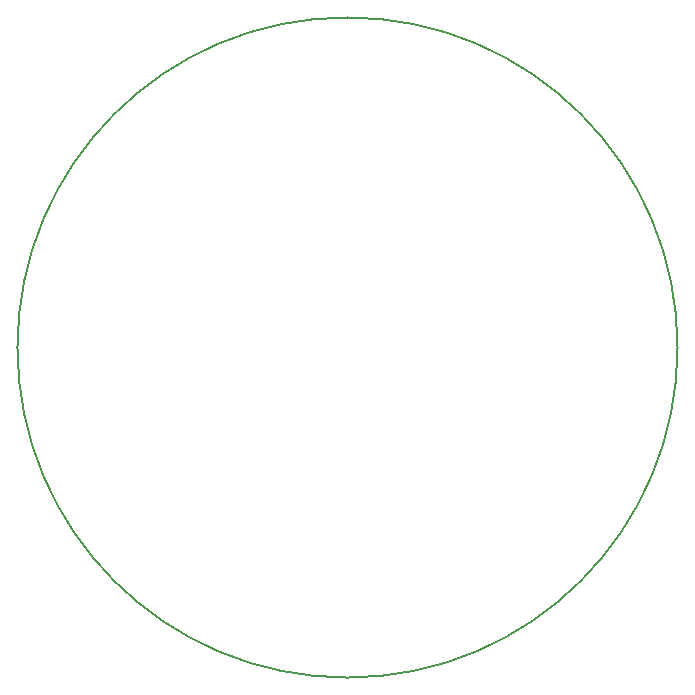
<source format=gbr>
%TF.GenerationSoftware,KiCad,Pcbnew,7.0.2-27-g7a50654f3b*%
%TF.CreationDate,2023-06-01T09:40:15-07:00*%
%TF.ProjectId,14_pin_pmt_Rev2,31345f70-696e-45f7-906d-745f52657632,rev?*%
%TF.SameCoordinates,Original*%
%TF.FileFunction,Legend,Bot*%
%TF.FilePolarity,Positive*%
%FSLAX46Y46*%
G04 Gerber Fmt 4.6, Leading zero omitted, Abs format (unit mm)*
G04 Created by KiCad (PCBNEW 7.0.2-27-g7a50654f3b) date 2023-06-01 09:40:15*
%MOMM*%
%LPD*%
G01*
G04 APERTURE LIST*
%ADD10C,0.150000*%
G04 APERTURE END LIST*
D10*
X198124618Y-91948000D02*
G75*
G03*
X198124618Y-91948000I-27944618J0D01*
G01*
M02*

</source>
